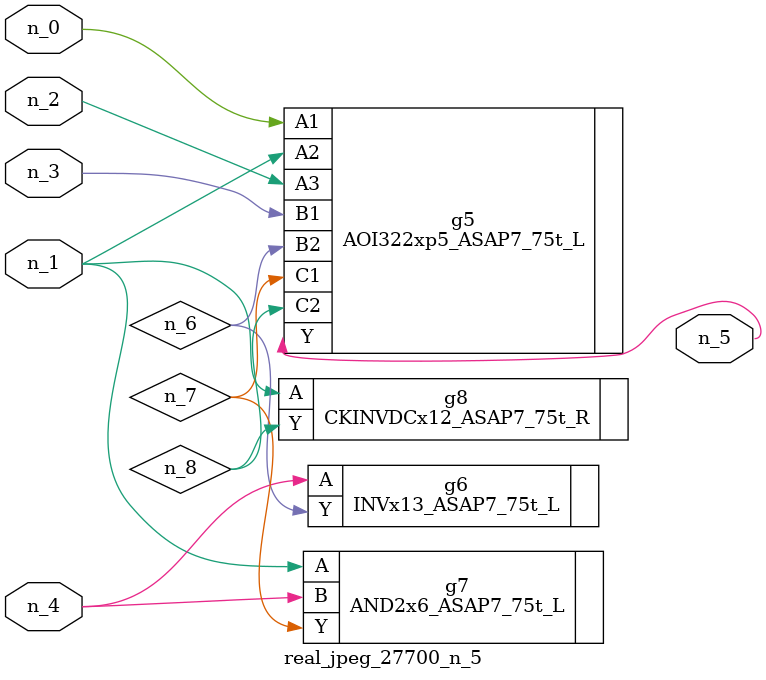
<source format=v>
module real_jpeg_27700_n_5 (n_4, n_0, n_1, n_2, n_3, n_5);

input n_4;
input n_0;
input n_1;
input n_2;
input n_3;

output n_5;

wire n_8;
wire n_6;
wire n_7;

AOI322xp5_ASAP7_75t_L g5 ( 
.A1(n_0),
.A2(n_1),
.A3(n_2),
.B1(n_3),
.B2(n_6),
.C1(n_7),
.C2(n_8),
.Y(n_5)
);

AND2x6_ASAP7_75t_L g7 ( 
.A(n_1),
.B(n_4),
.Y(n_7)
);

CKINVDCx12_ASAP7_75t_R g8 ( 
.A(n_1),
.Y(n_8)
);

INVx13_ASAP7_75t_L g6 ( 
.A(n_4),
.Y(n_6)
);


endmodule
</source>
